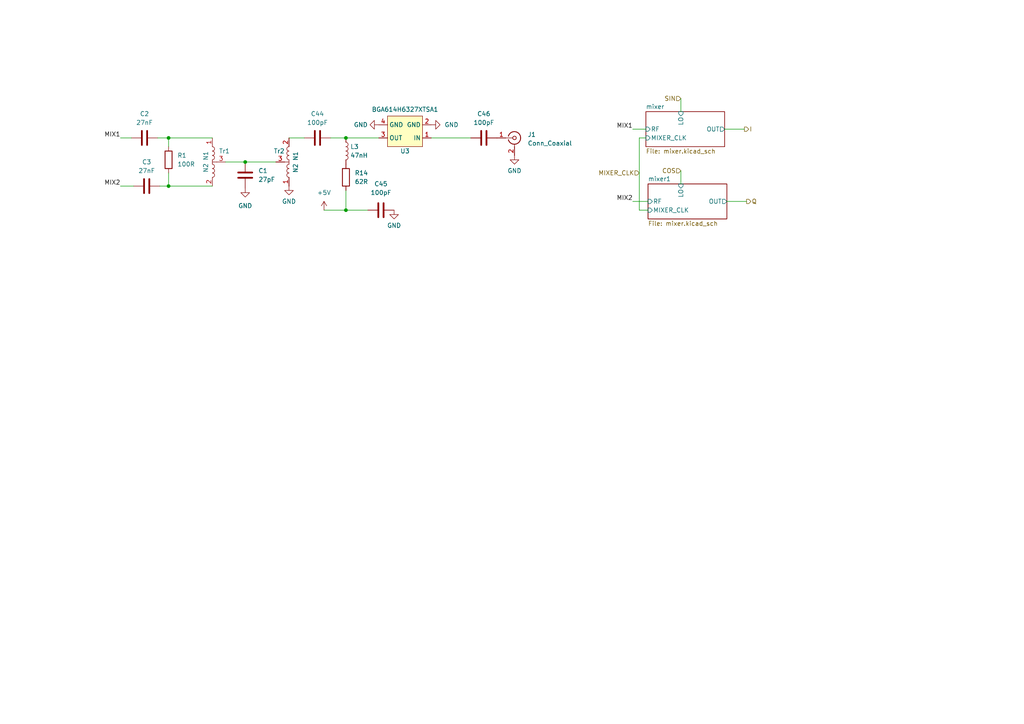
<source format=kicad_sch>
(kicad_sch (version 20230121) (generator eeschema)
  (paper "A4")
  (lib_symbols
    (symbol "Autotransformer:Autotransformer"
      (property "Reference" "Tr" (at -3.429 0.254 90))
      (property "Value" "N2 N1" (at -1.27 0 90))
      (symbol "Autotransformer_0_1"
        (arc (start 0 -1.905) (mid 0.6129 -1.27) (end 0 -0.635))
        (polyline (pts (xy 0 0.635) (xy 0 -0.635)))
        (polyline (pts (xy 1.27 0) (xy 0 0)))
        (arc (start 0 0.635) (mid 0.6238 1.27) (end 0 1.905))
        (arc (start 0.0113 1.905) (mid 0.6351 2.54) (end 0.0113 3.175))
        (arc (start 0.0113 3.175) (mid 0.6351 3.81) (end 0.0113 4.445))
        (arc (start 0.0225 -4.445) (mid 0.6354 -3.81) (end 0.0225 -3.175))
        (arc (start 0.0225 -3.175) (mid 0.6354 -2.54) (end 0.0225 -1.905))
      )
      (symbol "Autotransformer_1_1"
        (pin passive line (at 0 6.985 270) (length 2.54) (name "~") (number "1"))
        (pin passive line (at 0 -6.985 90) (length 2.54) (name "~") (number "2"))
        (pin passive line (at 3.81 0 180) (length 2.54) (name "~") (number "3"))
      )
    )
    (symbol "BGA614H6327XTSA1:BGA614H6327XTSA1"
      (property "Reference" "U" (at 0 7.62 0))
      (property "Value" "BGA614H6327XTSA1" (at 0 5.08 0))
      (symbol "BGA614H6327XTSA1_1_1"
        (rectangle (start -5.08 3.81) (end 5.08 -5.08) (fill (type background)))
        (pin input line (at -7.62 1.27 0) (length 2.54) (name "IN") (number "1"))
        (pin power_in line (at -7.62 -2.54 0) (length 2.54) (name "GND") (number "2"))
        (pin output line (at 7.62 1.27 180) (length 2.54) (name "OUT") (number "3"))
        (pin power_in line (at 7.62 -2.54 180) (length 2.54) (name "GND") (number "4"))
      )
    )
    (symbol "Connector:Conn_Coaxial" (pin_names (offset 1.016) hide)
      (property "Reference" "J" (at 0.254 3.048 0))
      (property "Value" "Conn_Coaxial" (at 2.921 0 90))
      (symbol "Conn_Coaxial_0_1"
        (arc (start -1.778 -0.508) (mid 0.2311 -1.8066) (end 1.778 0) (stroke (width 0.254)))
        (polyline (pts (xy -2.54 0) (xy -0.508 0)))
        (polyline (pts (xy 0 -2.54) (xy 0 -1.778)))
        (circle (center 0 0) (radius 0.508) (stroke (width 0.2032)))
        (arc (start 1.778 0) (mid 0.2099 1.8101) (end -1.778 0.508) (stroke (width 0.254)))
      )
      (symbol "Conn_Coaxial_1_1"
        (pin passive line (at -5.08 0 0) (length 2.54) (name "In") (number "1"))
        (pin passive line (at 0 -5.08 90) (length 2.54) (name "Ext") (number "2"))
      )
    )
    (symbol "Device:C" (pin_numbers hide) (pin_names (offset 0.254))
      (property "Reference" "C" (at 0.635 2.54 0))
      (property "Value" "C" (at 0.635 -2.54 0))
      (symbol "C_0_1"
        (polyline (pts (xy -2.032 -0.762) (xy 2.032 -0.762)) (stroke (width 0.508)))
        (polyline (pts (xy -2.032 0.762) (xy 2.032 0.762)) (stroke (width 0.508)))
      )
      (symbol "C_1_1"
        (pin passive line (at 0 3.81 270) (length 2.794) (name "~") (number "1"))
        (pin passive line (at 0 -3.81 90) (length 2.794) (name "~") (number "2"))
      )
    )
    (symbol "Device:L" (pin_numbers hide) (pin_names (offset 1.016) hide)
      (property "Reference" "L" (at -1.27 0 90))
      (property "Value" "L" (at 1.905 0 90))
      (symbol "L_0_1"
        (arc (start 0 -2.54) (mid 0.6323 -1.905) (end 0 -1.27))
        (arc (start 0 -1.27) (mid 0.6323 -0.635) (end 0 0))
        (arc (start 0 0) (mid 0.6323 0.635) (end 0 1.27))
        (arc (start 0 1.27) (mid 0.6323 1.905) (end 0 2.54))
      )
      (symbol "L_1_1"
        (pin passive line (at 0 3.81 270) (length 1.27) (name "1") (number "1"))
        (pin passive line (at 0 -3.81 90) (length 1.27) (name "2") (number "2"))
      )
    )
    (symbol "Device:R" (pin_numbers hide) (pin_names (offset 0))
      (property "Reference" "R" (at 2.032 0 90))
      (property "Value" "R" (at 0 0 90))
      (symbol "R_0_1"
        (rectangle (start -1.016 -2.54) (end 1.016 2.54) (stroke (width 0.254)))
      )
      (symbol "R_1_1"
        (pin passive line (at 0 3.81 270) (length 1.27) (name "~") (number "1"))
        (pin passive line (at 0 -3.81 90) (length 1.27) (name "~") (number "2"))
      )
    )
    (symbol "power:+5V" (power) (pin_names (offset 0))
      (property "Value" "+5V" (at 0 3.556 0))
      (symbol "+5V_0_1"
        (polyline (pts (xy -0.762 1.27) (xy 0 2.54)))
        (polyline (pts (xy 0 0) (xy 0 2.54)))
        (polyline (pts (xy 0 2.54) (xy 0.762 1.27)))
      )
      (symbol "+5V_1_1"
        (pin power_in line (at 0 0 90) (length 0) hide (name "+5V") (number "1"))
      )
    )
    (symbol "power:GND" (power) (pin_names (offset 0))
      (property "Value" "GND" (at 0 -3.81 0))
      (symbol "GND_0_1"
        (polyline (pts (xy 0 0) (xy 0 -1.27) (xy 1.27 -1.27) (xy 0 -2.54) (xy -1.27 -1.27) (xy 0 -1.27)))
      )
      (symbol "GND_1_1"
        (pin power_in line (at 0 0 270) (length 0) hide (name "GND") (number "1"))
      )
    )
  )
  (junction (at 100.33 40.005))
  (junction (at 48.895 40.005))
  (junction (at 48.895 53.975))
  (junction (at 71.12 46.99))
  (junction (at 100.33 60.96))
  (wire (pts (xy 46.355 53.975) (xy 48.895 53.975)))
  (wire (pts (xy 65.405 46.99) (xy 71.12 46.99)))
  (wire (pts (xy 48.895 50.165) (xy 48.895 53.975)))
  (wire (pts (xy 100.33 60.96) (xy 106.68 60.96)))
  (wire (pts (xy 48.895 40.005) (xy 48.895 42.545)))
  (wire (pts (xy 71.12 46.99) (xy 80.01 46.99)))
  (wire (pts (xy 187.325 40.005) (xy 185.42 40.005)))
  (wire (pts (xy 197.485 28.575) (xy 197.485 32.385)))
  (wire (pts (xy 34.925 53.975) (xy 38.735 53.975)))
  (wire (pts (xy 34.925 40.005) (xy 38.1 40.005)))
  (wire (pts (xy 48.895 40.005) (xy 61.595 40.005)))
  (wire (pts (xy 93.98 60.96) (xy 100.33 60.96)))
  (wire (pts (xy 210.82 58.42) (xy 216.535 58.42)))
  (wire (pts (xy 197.485 49.53) (xy 197.485 53.34)))
  (wire (pts (xy 45.72 40.005) (xy 48.895 40.005)))
  (wire (pts (xy 100.33 40.005) (xy 109.855 40.005)))
  (wire (pts (xy 125.095 40.005) (xy 136.525 40.005)))
  (wire (pts (xy 210.185 37.465) (xy 215.9 37.465)))
  (wire (pts (xy 95.885 40.005) (xy 100.33 40.005)))
  (wire (pts (xy 185.42 60.96) (xy 187.96 60.96)))
  (wire (pts (xy 185.42 40.005) (xy 185.42 60.96)))
  (wire (pts (xy 83.82 40.005) (xy 88.265 40.005)))
  (wire (pts (xy 48.895 53.975) (xy 61.595 53.975)))
  (wire (pts (xy 183.515 37.465) (xy 187.325 37.465)))
  (wire (pts (xy 183.515 58.42) (xy 187.96 58.42)))
  (wire (pts (xy 100.33 55.245) (xy 100.33 60.96)))
  (label "MIX2" (at 183.515 58.42 180))
  (label "MIX1" (at 34.925 40.005 180))
  (label "MIX1" (at 183.515 37.465 180))
  (label "MIX2" (at 34.925 53.975 180))
  (hierarchical_label "Q" (shape output) (at 216.535 58.42 0))
  (hierarchical_label "SIN" (shape input) (at 197.485 28.575 180))
  (hierarchical_label "MIXER_CLK" (shape input) (at 185.42 50.165 180))
  (hierarchical_label "COS" (shape input) (at 197.485 49.53 180))
  (hierarchical_label "I" (shape output) (at 215.9 37.465 0))
  (symbol (lib_id "Device:C") (at 42.545 53.975 90) (unit 1)
    (property "Reference" "C3" (at 42.545 46.99 90))
    (property "Value" "27nF" (at 42.545 49.53 90))
    (property "Footprint" "Capacitor_SMD:C_0805_2012Metric" (effects hide))
    (instances (project "analog_frontend" (path "" (reference "C3") (unit 1)) (path "" (reference "C42") (unit 1))))
  )
  (symbol (lib_id "power:GND") (at 83.82 53.975 0) (unit 1)
    (property "Reference" "#PWR011" (effects hide))
    (property "Value" "GND" (at 83.82 58.42 0))
    (instances (project "analog_frontend" (path "" (reference "#PWR011") (unit 1)) (path "" (reference "#PWR076") (unit 1))))
  )
  (symbol (lib_id "Device:C") (at 71.12 50.8 0) (unit 1)
    (property "Reference" "C1" (at 74.93 49.53 0) (effects (justify left)))
    (property "Value" "27pF" (at 74.93 52.07 0) (effects (justify left)))
    (property "Footprint" "Capacitor_SMD:C_0805_2012Metric" (effects hide))
    (instances (project "analog_frontend" (path "" (reference "C1") (unit 1)) (path "" (reference "C43") (unit 1))))
  )
  (symbol (lib_id "BGA614H6327XTSA1:BGA614H6327XTSA1") (at 117.475 38.735 180) (unit 1)
    (property "Reference" "U3" (at 117.475 43.815 0))
    (property "Value" "BGA614H6327XTSA1" (at 117.475 31.75 0))
    (property "Footprint" "footprints:BGA614H6327XTSA1" (effects hide))
    (instances (project "analog_frontend" (path "" (reference "U3") (unit 1)) (path "" (reference "U13") (unit 1))))
  )
  (symbol (lib_id "Device:C") (at 110.49 60.96 90) (unit 1)
    (property "Reference" "C45" (at 110.49 53.34 90))
    (property "Value" "100pF" (at 110.49 55.88 90))
    (property "Footprint" "Capacitor_SMD:C_0805_2012Metric" (effects hide))
  )
  (symbol (lib_id "Device:C") (at 92.075 40.005 90) (unit 1)
    (property "Reference" "C44" (at 92.075 33.02 90))
    (property "Value" "100pF" (at 92.075 35.56 90))
    (property "Footprint" "Capacitor_SMD:C_0805_2012Metric" (effects hide))
  )
  (symbol (lib_id "Device:C") (at 41.91 40.005 90) (unit 1)
    (property "Reference" "C2" (at 41.91 33.02 90))
    (property "Value" "27nF" (at 41.91 35.56 90))
    (property "Footprint" "Capacitor_SMD:C_0805_2012Metric" (effects hide))
    (instances (project "analog_frontend" (path "" (reference "C2") (unit 1)) (path "" (reference "C41") (unit 1))))
  )
  (symbol (lib_id "Device:R") (at 100.33 51.435 0) (unit 1)
    (property "Reference" "R14" (at 102.87 50.165 0) (effects (justify left)))
    (property "Value" "62R" (at 102.87 52.705 0) (effects (justify left)))
    (property "Footprint" "Resistor_SMD:R_0805_2012Metric" (effects hide))
  )
  (symbol (lib_id "Device:L") (at 100.33 43.815 0) (unit 1)
    (property "Reference" "L3" (at 101.6 42.545 0) (effects (justify left)))
    (property "Value" "47nH" (at 101.6 45.085 0) (effects (justify left)))
    (property "Footprint" "Inductor_SMD:L_0603_1608Metric" (effects hide))
  )
  (symbol (lib_id "power:GND") (at 114.3 60.96 0) (unit 1)
    (property "Reference" "#PWR011" (effects hide))
    (property "Value" "GND" (at 114.3 65.405 0))
    (instances (project "analog_frontend" (path "" (reference "#PWR011") (unit 1)) (path "" (reference "#PWR079") (unit 1))))
  )
  (symbol (lib_id "power:GND") (at 125.095 36.195 90) (unit 1)
    (property "Reference" "#PWR06" (effects hide))
    (property "Value" "GND" (at 128.905 36.195 90) (effects (justify right)))
    (instances (project "analog_frontend" (path "" (reference "#PWR06") (unit 1)) (path "" (reference "#PWR080") (unit 1))))
  )
  (symbol (lib_id "Autotransformer:Autotransformer") (at 83.82 46.99 180) (unit 1)
    (property "Reference" "Tr2" (at 79.375 43.815 0) (effects (justify right)))
    (property "Value" "N2 N1" (at 85.725 50.165 90) (effects (justify right)))
    (property "Footprint" "footprints:Autotransformer" (effects hide))
  )
  (symbol (lib_id "Device:R") (at 48.895 46.355 0) (unit 1)
    (property "Reference" "R1" (at 51.435 45.085 0) (effects (justify left)))
    (property "Value" "100R" (at 51.435 47.625 0) (effects (justify left)))
    (property "Footprint" "Resistor_SMD:R_0805_2012Metric" (effects hide))
    (instances (project "analog_frontend" (path "" (reference "R1") (unit 1)) (path "" (reference "R13") (unit 1))))
  )
  (symbol (lib_id "Autotransformer:Autotransformer") (at 61.595 46.99 0) (unit 1)
    (property "Reference" "Tr1" (at 66.675 43.815 0) (effects (justify right)))
    (property "Value" "N2 N1" (at 59.69 43.815 90) (effects (justify right)))
    (property "Footprint" "footprints:Autotransformer" (effects hide))
  )
  (symbol (lib_id "power:GND") (at 109.855 36.195 270) (unit 1)
    (property "Reference" "#PWR06" (effects hide))
    (property "Value" "GND" (at 106.68 36.195 90) (effects (justify right)))
    (instances (project "analog_frontend" (path "" (reference "#PWR06") (unit 1)) (path "" (reference "#PWR078") (unit 1))))
  )
  (symbol (lib_id "power:GND") (at 71.12 54.61 0) (unit 1)
    (property "Reference" "#PWR010" (effects hide))
    (property "Value" "GND" (at 71.12 59.69 0))
    (instances (project "analog_frontend" (path "" (reference "#PWR010") (unit 1)) (path "" (reference "#PWR075") (unit 1))))
  )
  (symbol (lib_id "Device:C") (at 140.335 40.005 90) (unit 1)
    (property "Reference" "C46" (at 140.335 33.02 90))
    (property "Value" "100pF" (at 140.335 35.56 90))
    (property "Footprint" "Capacitor_SMD:C_0805_2012Metric" (effects hide))
  )
  (symbol (lib_id "power:+5V") (at 93.98 60.96 0) (unit 1)
    (property "Reference" "#PWR028" (effects hide))
    (property "Value" "+5V" (at 93.98 55.88 0))
    (instances (project "analog_frontend" (path "" (reference "#PWR028") (unit 1)) (path "" (reference "#PWR077") (unit 1))))
  )
  (symbol (lib_id "power:GND") (at 149.225 45.085 0) (unit 1)
    (property "Reference" "#PWR09" (effects hide))
    (property "Value" "GND" (at 149.225 49.53 0))
    (instances (project "analog_frontend" (path "" (reference "#PWR09") (unit 1)) (path "" (reference "#PWR081") (unit 1))))
  )
  (symbol (lib_id "Connector:Conn_Coaxial") (at 149.225 40.005 0) (unit 1)
    (property "Reference" "J1" (at 153.035 39.0282 0) (effects (justify left)))
    (property "Value" "Conn_Coaxial" (at 153.035 41.5682 0) (effects (justify left)))
    (property "Footprint" "footprints:CONN_RF2-04A-T-00-50-G_ADM" (effects hide))
    (property "Datasheet" " ~" (effects hide))
    (instances (project "analog_frontend" (path "" (reference "J1") (unit 1)) (path "" (reference "J5") (unit 1))))
  )
  (sheet (at 187.325 32.385) (size 22.86 10.16) (stroke (width 0.1524))
    (property "Sheetname" "mixer" (at 187.325 31.6734 0) (effects (justify left bottom)))
    (property "Sheetfile" "mixer.kicad_sch" (at 187.325 43.1296 0) (effects (justify left top)))
    (pin "LO" input (at 197.485 32.385 90))
    (pin "OUT" output (at 210.185 37.465 0))
    (pin "RF" input (at 187.325 37.465 180))
    (pin "MIXER_CLK" input (at 187.325 40.005 180))
  )
  (sheet (at 187.96 53.34) (size 22.86 10.16) (stroke (width 0.1524))
    (property "Sheetname" "mixer1" (at 187.96 52.6284 0) (effects (justify left bottom)))
    (property "Sheetfile" "mixer.kicad_sch" (at 187.96 64.0846 0) (effects (justify left top)))
    (pin "LO" input (at 197.485 53.34 90))
    (pin "OUT" output (at 210.82 58.42 0))
    (pin "RF" input (at 187.96 58.42 180))
    (pin "MIXER_CLK" input (at 187.96 60.96 180))
  )
)
</source>
